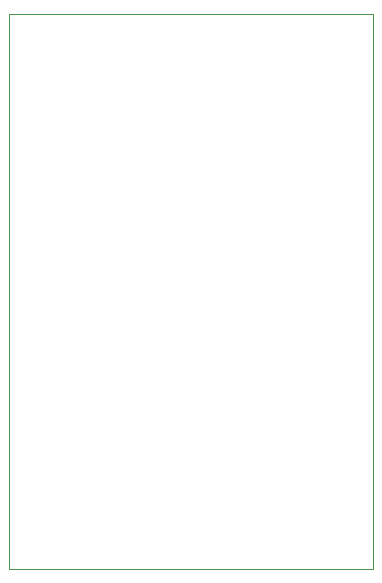
<source format=gbr>
%TF.GenerationSoftware,KiCad,Pcbnew,8.0.2*%
%TF.CreationDate,2024-05-05T23:20:41+02:00*%
%TF.ProjectId,arduino_nrf24_oled,61726475-696e-46f5-9f6e-726632345f6f,rev?*%
%TF.SameCoordinates,Original*%
%TF.FileFunction,Profile,NP*%
%FSLAX46Y46*%
G04 Gerber Fmt 4.6, Leading zero omitted, Abs format (unit mm)*
G04 Created by KiCad (PCBNEW 8.0.2) date 2024-05-05 23:20:41*
%MOMM*%
%LPD*%
G01*
G04 APERTURE LIST*
%TA.AperFunction,Profile*%
%ADD10C,0.050000*%
%TD*%
G04 APERTURE END LIST*
D10*
X96024700Y-38303200D02*
X126822200Y-38303200D01*
X126822200Y-85293200D01*
X96024700Y-85293200D01*
X96024700Y-38303200D01*
M02*

</source>
